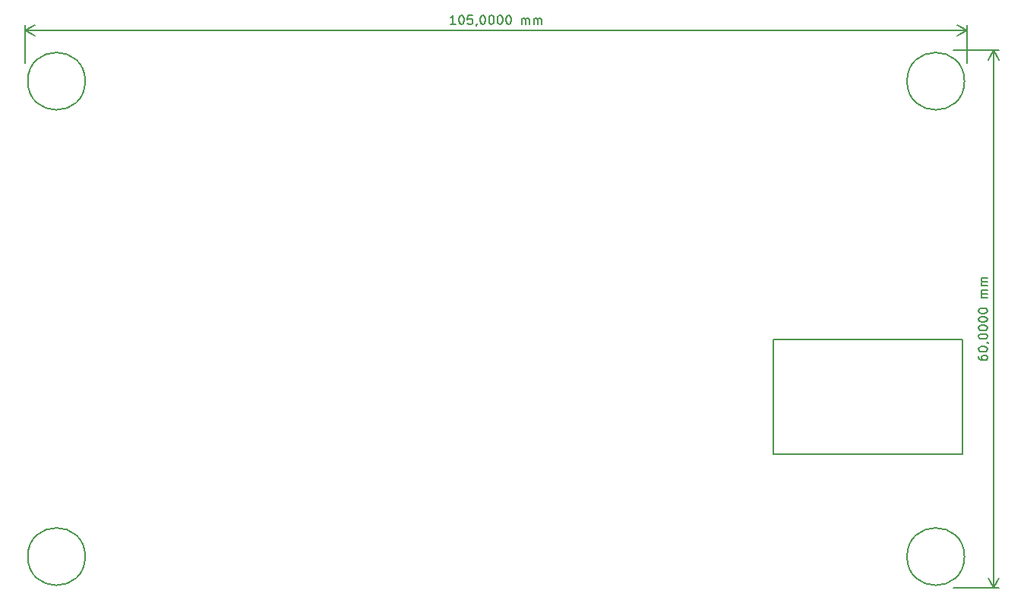
<source format=gbr>
%TF.GenerationSoftware,KiCad,Pcbnew,7.0.9*%
%TF.CreationDate,2023-12-10T19:04:28+01:00*%
%TF.ProjectId,ledctrl,6c656463-7472-46c2-9e6b-696361645f70,rev?*%
%TF.SameCoordinates,Original*%
%TF.FileFunction,Other,Comment*%
%FSLAX46Y46*%
G04 Gerber Fmt 4.6, Leading zero omitted, Abs format (unit mm)*
G04 Created by KiCad (PCBNEW 7.0.9) date 2023-12-10 19:04:28*
%MOMM*%
%LPD*%
G01*
G04 APERTURE LIST*
%ADD10C,0.150000*%
G04 APERTURE END LIST*
D10*
X73360000Y-23725000D02*
X94510000Y-23725000D01*
X94510000Y-36475000D01*
X73360000Y-36475000D01*
X73360000Y-23725000D01*
X96254819Y-25542856D02*
X96254819Y-25733332D01*
X96254819Y-25733332D02*
X96302438Y-25828570D01*
X96302438Y-25828570D02*
X96350057Y-25876189D01*
X96350057Y-25876189D02*
X96492914Y-25971427D01*
X96492914Y-25971427D02*
X96683390Y-26019046D01*
X96683390Y-26019046D02*
X97064342Y-26019046D01*
X97064342Y-26019046D02*
X97159580Y-25971427D01*
X97159580Y-25971427D02*
X97207200Y-25923808D01*
X97207200Y-25923808D02*
X97254819Y-25828570D01*
X97254819Y-25828570D02*
X97254819Y-25638094D01*
X97254819Y-25638094D02*
X97207200Y-25542856D01*
X97207200Y-25542856D02*
X97159580Y-25495237D01*
X97159580Y-25495237D02*
X97064342Y-25447618D01*
X97064342Y-25447618D02*
X96826247Y-25447618D01*
X96826247Y-25447618D02*
X96731009Y-25495237D01*
X96731009Y-25495237D02*
X96683390Y-25542856D01*
X96683390Y-25542856D02*
X96635771Y-25638094D01*
X96635771Y-25638094D02*
X96635771Y-25828570D01*
X96635771Y-25828570D02*
X96683390Y-25923808D01*
X96683390Y-25923808D02*
X96731009Y-25971427D01*
X96731009Y-25971427D02*
X96826247Y-26019046D01*
X96254819Y-24828570D02*
X96254819Y-24733332D01*
X96254819Y-24733332D02*
X96302438Y-24638094D01*
X96302438Y-24638094D02*
X96350057Y-24590475D01*
X96350057Y-24590475D02*
X96445295Y-24542856D01*
X96445295Y-24542856D02*
X96635771Y-24495237D01*
X96635771Y-24495237D02*
X96873866Y-24495237D01*
X96873866Y-24495237D02*
X97064342Y-24542856D01*
X97064342Y-24542856D02*
X97159580Y-24590475D01*
X97159580Y-24590475D02*
X97207200Y-24638094D01*
X97207200Y-24638094D02*
X97254819Y-24733332D01*
X97254819Y-24733332D02*
X97254819Y-24828570D01*
X97254819Y-24828570D02*
X97207200Y-24923808D01*
X97207200Y-24923808D02*
X97159580Y-24971427D01*
X97159580Y-24971427D02*
X97064342Y-25019046D01*
X97064342Y-25019046D02*
X96873866Y-25066665D01*
X96873866Y-25066665D02*
X96635771Y-25066665D01*
X96635771Y-25066665D02*
X96445295Y-25019046D01*
X96445295Y-25019046D02*
X96350057Y-24971427D01*
X96350057Y-24971427D02*
X96302438Y-24923808D01*
X96302438Y-24923808D02*
X96254819Y-24828570D01*
X97207200Y-24019046D02*
X97254819Y-24019046D01*
X97254819Y-24019046D02*
X97350057Y-24066665D01*
X97350057Y-24066665D02*
X97397676Y-24114284D01*
X96254819Y-23399999D02*
X96254819Y-23304761D01*
X96254819Y-23304761D02*
X96302438Y-23209523D01*
X96302438Y-23209523D02*
X96350057Y-23161904D01*
X96350057Y-23161904D02*
X96445295Y-23114285D01*
X96445295Y-23114285D02*
X96635771Y-23066666D01*
X96635771Y-23066666D02*
X96873866Y-23066666D01*
X96873866Y-23066666D02*
X97064342Y-23114285D01*
X97064342Y-23114285D02*
X97159580Y-23161904D01*
X97159580Y-23161904D02*
X97207200Y-23209523D01*
X97207200Y-23209523D02*
X97254819Y-23304761D01*
X97254819Y-23304761D02*
X97254819Y-23399999D01*
X97254819Y-23399999D02*
X97207200Y-23495237D01*
X97207200Y-23495237D02*
X97159580Y-23542856D01*
X97159580Y-23542856D02*
X97064342Y-23590475D01*
X97064342Y-23590475D02*
X96873866Y-23638094D01*
X96873866Y-23638094D02*
X96635771Y-23638094D01*
X96635771Y-23638094D02*
X96445295Y-23590475D01*
X96445295Y-23590475D02*
X96350057Y-23542856D01*
X96350057Y-23542856D02*
X96302438Y-23495237D01*
X96302438Y-23495237D02*
X96254819Y-23399999D01*
X96254819Y-22447618D02*
X96254819Y-22352380D01*
X96254819Y-22352380D02*
X96302438Y-22257142D01*
X96302438Y-22257142D02*
X96350057Y-22209523D01*
X96350057Y-22209523D02*
X96445295Y-22161904D01*
X96445295Y-22161904D02*
X96635771Y-22114285D01*
X96635771Y-22114285D02*
X96873866Y-22114285D01*
X96873866Y-22114285D02*
X97064342Y-22161904D01*
X97064342Y-22161904D02*
X97159580Y-22209523D01*
X97159580Y-22209523D02*
X97207200Y-22257142D01*
X97207200Y-22257142D02*
X97254819Y-22352380D01*
X97254819Y-22352380D02*
X97254819Y-22447618D01*
X97254819Y-22447618D02*
X97207200Y-22542856D01*
X97207200Y-22542856D02*
X97159580Y-22590475D01*
X97159580Y-22590475D02*
X97064342Y-22638094D01*
X97064342Y-22638094D02*
X96873866Y-22685713D01*
X96873866Y-22685713D02*
X96635771Y-22685713D01*
X96635771Y-22685713D02*
X96445295Y-22638094D01*
X96445295Y-22638094D02*
X96350057Y-22590475D01*
X96350057Y-22590475D02*
X96302438Y-22542856D01*
X96302438Y-22542856D02*
X96254819Y-22447618D01*
X96254819Y-21495237D02*
X96254819Y-21399999D01*
X96254819Y-21399999D02*
X96302438Y-21304761D01*
X96302438Y-21304761D02*
X96350057Y-21257142D01*
X96350057Y-21257142D02*
X96445295Y-21209523D01*
X96445295Y-21209523D02*
X96635771Y-21161904D01*
X96635771Y-21161904D02*
X96873866Y-21161904D01*
X96873866Y-21161904D02*
X97064342Y-21209523D01*
X97064342Y-21209523D02*
X97159580Y-21257142D01*
X97159580Y-21257142D02*
X97207200Y-21304761D01*
X97207200Y-21304761D02*
X97254819Y-21399999D01*
X97254819Y-21399999D02*
X97254819Y-21495237D01*
X97254819Y-21495237D02*
X97207200Y-21590475D01*
X97207200Y-21590475D02*
X97159580Y-21638094D01*
X97159580Y-21638094D02*
X97064342Y-21685713D01*
X97064342Y-21685713D02*
X96873866Y-21733332D01*
X96873866Y-21733332D02*
X96635771Y-21733332D01*
X96635771Y-21733332D02*
X96445295Y-21685713D01*
X96445295Y-21685713D02*
X96350057Y-21638094D01*
X96350057Y-21638094D02*
X96302438Y-21590475D01*
X96302438Y-21590475D02*
X96254819Y-21495237D01*
X96254819Y-20542856D02*
X96254819Y-20447618D01*
X96254819Y-20447618D02*
X96302438Y-20352380D01*
X96302438Y-20352380D02*
X96350057Y-20304761D01*
X96350057Y-20304761D02*
X96445295Y-20257142D01*
X96445295Y-20257142D02*
X96635771Y-20209523D01*
X96635771Y-20209523D02*
X96873866Y-20209523D01*
X96873866Y-20209523D02*
X97064342Y-20257142D01*
X97064342Y-20257142D02*
X97159580Y-20304761D01*
X97159580Y-20304761D02*
X97207200Y-20352380D01*
X97207200Y-20352380D02*
X97254819Y-20447618D01*
X97254819Y-20447618D02*
X97254819Y-20542856D01*
X97254819Y-20542856D02*
X97207200Y-20638094D01*
X97207200Y-20638094D02*
X97159580Y-20685713D01*
X97159580Y-20685713D02*
X97064342Y-20733332D01*
X97064342Y-20733332D02*
X96873866Y-20780951D01*
X96873866Y-20780951D02*
X96635771Y-20780951D01*
X96635771Y-20780951D02*
X96445295Y-20733332D01*
X96445295Y-20733332D02*
X96350057Y-20685713D01*
X96350057Y-20685713D02*
X96302438Y-20638094D01*
X96302438Y-20638094D02*
X96254819Y-20542856D01*
X97254819Y-19019046D02*
X96588152Y-19019046D01*
X96683390Y-19019046D02*
X96635771Y-18971427D01*
X96635771Y-18971427D02*
X96588152Y-18876189D01*
X96588152Y-18876189D02*
X96588152Y-18733332D01*
X96588152Y-18733332D02*
X96635771Y-18638094D01*
X96635771Y-18638094D02*
X96731009Y-18590475D01*
X96731009Y-18590475D02*
X97254819Y-18590475D01*
X96731009Y-18590475D02*
X96635771Y-18542856D01*
X96635771Y-18542856D02*
X96588152Y-18447618D01*
X96588152Y-18447618D02*
X96588152Y-18304761D01*
X96588152Y-18304761D02*
X96635771Y-18209522D01*
X96635771Y-18209522D02*
X96731009Y-18161903D01*
X96731009Y-18161903D02*
X97254819Y-18161903D01*
X97254819Y-17685713D02*
X96588152Y-17685713D01*
X96683390Y-17685713D02*
X96635771Y-17638094D01*
X96635771Y-17638094D02*
X96588152Y-17542856D01*
X96588152Y-17542856D02*
X96588152Y-17399999D01*
X96588152Y-17399999D02*
X96635771Y-17304761D01*
X96635771Y-17304761D02*
X96731009Y-17257142D01*
X96731009Y-17257142D02*
X97254819Y-17257142D01*
X96731009Y-17257142D02*
X96635771Y-17209523D01*
X96635771Y-17209523D02*
X96588152Y-17114285D01*
X96588152Y-17114285D02*
X96588152Y-16971428D01*
X96588152Y-16971428D02*
X96635771Y-16876189D01*
X96635771Y-16876189D02*
X96731009Y-16828570D01*
X96731009Y-16828570D02*
X97254819Y-16828570D01*
X93500000Y8600001D02*
X98536420Y8600001D01*
X93500000Y-51400001D02*
X98536420Y-51400001D01*
X97950000Y8600001D02*
X97950000Y-51400001D01*
X97950000Y8600001D02*
X97950000Y-51400001D01*
X97950000Y8600001D02*
X98536421Y7473497D01*
X97950000Y8600001D02*
X97363579Y7473497D01*
X97950000Y-51400001D02*
X97363579Y-50273497D01*
X97950000Y-51400001D02*
X98536421Y-50273497D01*
X37976190Y11453750D02*
X37404762Y11453750D01*
X37690476Y11453750D02*
X37690476Y12453750D01*
X37690476Y12453750D02*
X37595238Y12310892D01*
X37595238Y12310892D02*
X37500000Y12215654D01*
X37500000Y12215654D02*
X37404762Y12168035D01*
X38595238Y12453750D02*
X38690476Y12453750D01*
X38690476Y12453750D02*
X38785714Y12406130D01*
X38785714Y12406130D02*
X38833333Y12358511D01*
X38833333Y12358511D02*
X38880952Y12263273D01*
X38880952Y12263273D02*
X38928571Y12072797D01*
X38928571Y12072797D02*
X38928571Y11834702D01*
X38928571Y11834702D02*
X38880952Y11644226D01*
X38880952Y11644226D02*
X38833333Y11548988D01*
X38833333Y11548988D02*
X38785714Y11501369D01*
X38785714Y11501369D02*
X38690476Y11453750D01*
X38690476Y11453750D02*
X38595238Y11453750D01*
X38595238Y11453750D02*
X38500000Y11501369D01*
X38500000Y11501369D02*
X38452381Y11548988D01*
X38452381Y11548988D02*
X38404762Y11644226D01*
X38404762Y11644226D02*
X38357143Y11834702D01*
X38357143Y11834702D02*
X38357143Y12072797D01*
X38357143Y12072797D02*
X38404762Y12263273D01*
X38404762Y12263273D02*
X38452381Y12358511D01*
X38452381Y12358511D02*
X38500000Y12406130D01*
X38500000Y12406130D02*
X38595238Y12453750D01*
X39833333Y12453750D02*
X39357143Y12453750D01*
X39357143Y12453750D02*
X39309524Y11977559D01*
X39309524Y11977559D02*
X39357143Y12025178D01*
X39357143Y12025178D02*
X39452381Y12072797D01*
X39452381Y12072797D02*
X39690476Y12072797D01*
X39690476Y12072797D02*
X39785714Y12025178D01*
X39785714Y12025178D02*
X39833333Y11977559D01*
X39833333Y11977559D02*
X39880952Y11882321D01*
X39880952Y11882321D02*
X39880952Y11644226D01*
X39880952Y11644226D02*
X39833333Y11548988D01*
X39833333Y11548988D02*
X39785714Y11501369D01*
X39785714Y11501369D02*
X39690476Y11453750D01*
X39690476Y11453750D02*
X39452381Y11453750D01*
X39452381Y11453750D02*
X39357143Y11501369D01*
X39357143Y11501369D02*
X39309524Y11548988D01*
X40357143Y11501369D02*
X40357143Y11453749D01*
X40357143Y11453749D02*
X40309524Y11358511D01*
X40309524Y11358511D02*
X40261905Y11310892D01*
X40976190Y12453749D02*
X41071428Y12453749D01*
X41071428Y12453749D02*
X41166666Y12406130D01*
X41166666Y12406130D02*
X41214285Y12358511D01*
X41214285Y12358511D02*
X41261904Y12263273D01*
X41261904Y12263273D02*
X41309523Y12072797D01*
X41309523Y12072797D02*
X41309523Y11834702D01*
X41309523Y11834702D02*
X41261904Y11644226D01*
X41261904Y11644226D02*
X41214285Y11548988D01*
X41214285Y11548988D02*
X41166666Y11501369D01*
X41166666Y11501369D02*
X41071428Y11453749D01*
X41071428Y11453749D02*
X40976190Y11453749D01*
X40976190Y11453749D02*
X40880952Y11501369D01*
X40880952Y11501369D02*
X40833333Y11548988D01*
X40833333Y11548988D02*
X40785714Y11644226D01*
X40785714Y11644226D02*
X40738095Y11834702D01*
X40738095Y11834702D02*
X40738095Y12072797D01*
X40738095Y12072797D02*
X40785714Y12263273D01*
X40785714Y12263273D02*
X40833333Y12358511D01*
X40833333Y12358511D02*
X40880952Y12406130D01*
X40880952Y12406130D02*
X40976190Y12453749D01*
X41928571Y12453749D02*
X42023809Y12453749D01*
X42023809Y12453749D02*
X42119047Y12406130D01*
X42119047Y12406130D02*
X42166666Y12358511D01*
X42166666Y12358511D02*
X42214285Y12263273D01*
X42214285Y12263273D02*
X42261904Y12072797D01*
X42261904Y12072797D02*
X42261904Y11834702D01*
X42261904Y11834702D02*
X42214285Y11644226D01*
X42214285Y11644226D02*
X42166666Y11548988D01*
X42166666Y11548988D02*
X42119047Y11501369D01*
X42119047Y11501369D02*
X42023809Y11453749D01*
X42023809Y11453749D02*
X41928571Y11453749D01*
X41928571Y11453749D02*
X41833333Y11501369D01*
X41833333Y11501369D02*
X41785714Y11548988D01*
X41785714Y11548988D02*
X41738095Y11644226D01*
X41738095Y11644226D02*
X41690476Y11834702D01*
X41690476Y11834702D02*
X41690476Y12072797D01*
X41690476Y12072797D02*
X41738095Y12263273D01*
X41738095Y12263273D02*
X41785714Y12358511D01*
X41785714Y12358511D02*
X41833333Y12406130D01*
X41833333Y12406130D02*
X41928571Y12453749D01*
X42880952Y12453749D02*
X42976190Y12453749D01*
X42976190Y12453749D02*
X43071428Y12406130D01*
X43071428Y12406130D02*
X43119047Y12358511D01*
X43119047Y12358511D02*
X43166666Y12263273D01*
X43166666Y12263273D02*
X43214285Y12072797D01*
X43214285Y12072797D02*
X43214285Y11834702D01*
X43214285Y11834702D02*
X43166666Y11644226D01*
X43166666Y11644226D02*
X43119047Y11548988D01*
X43119047Y11548988D02*
X43071428Y11501368D01*
X43071428Y11501368D02*
X42976190Y11453749D01*
X42976190Y11453749D02*
X42880952Y11453749D01*
X42880952Y11453749D02*
X42785714Y11501368D01*
X42785714Y11501368D02*
X42738095Y11548988D01*
X42738095Y11548988D02*
X42690476Y11644226D01*
X42690476Y11644226D02*
X42642857Y11834702D01*
X42642857Y11834702D02*
X42642857Y12072797D01*
X42642857Y12072797D02*
X42690476Y12263273D01*
X42690476Y12263273D02*
X42738095Y12358511D01*
X42738095Y12358511D02*
X42785714Y12406130D01*
X42785714Y12406130D02*
X42880952Y12453749D01*
X43833333Y12453749D02*
X43928571Y12453749D01*
X43928571Y12453749D02*
X44023809Y12406130D01*
X44023809Y12406130D02*
X44071428Y12358511D01*
X44071428Y12358511D02*
X44119047Y12263273D01*
X44119047Y12263273D02*
X44166666Y12072797D01*
X44166666Y12072797D02*
X44166666Y11834702D01*
X44166666Y11834702D02*
X44119047Y11644226D01*
X44119047Y11644226D02*
X44071428Y11548988D01*
X44071428Y11548988D02*
X44023809Y11501368D01*
X44023809Y11501368D02*
X43928571Y11453749D01*
X43928571Y11453749D02*
X43833333Y11453749D01*
X43833333Y11453749D02*
X43738095Y11501368D01*
X43738095Y11501368D02*
X43690476Y11548988D01*
X43690476Y11548988D02*
X43642857Y11644226D01*
X43642857Y11644226D02*
X43595238Y11834702D01*
X43595238Y11834702D02*
X43595238Y12072797D01*
X43595238Y12072797D02*
X43642857Y12263273D01*
X43642857Y12263273D02*
X43690476Y12358511D01*
X43690476Y12358511D02*
X43738095Y12406130D01*
X43738095Y12406130D02*
X43833333Y12453749D01*
X45357143Y11453749D02*
X45357143Y12120416D01*
X45357143Y12025178D02*
X45404762Y12072797D01*
X45404762Y12072797D02*
X45500000Y12120416D01*
X45500000Y12120416D02*
X45642857Y12120416D01*
X45642857Y12120416D02*
X45738095Y12072797D01*
X45738095Y12072797D02*
X45785714Y11977559D01*
X45785714Y11977559D02*
X45785714Y11453749D01*
X45785714Y11977559D02*
X45833333Y12072797D01*
X45833333Y12072797D02*
X45928571Y12120416D01*
X45928571Y12120416D02*
X46071428Y12120416D01*
X46071428Y12120416D02*
X46166667Y12072797D01*
X46166667Y12072797D02*
X46214286Y11977559D01*
X46214286Y11977559D02*
X46214286Y11453749D01*
X46690476Y11453749D02*
X46690476Y12120416D01*
X46690476Y12025178D02*
X46738095Y12072797D01*
X46738095Y12072797D02*
X46833333Y12120416D01*
X46833333Y12120416D02*
X46976190Y12120416D01*
X46976190Y12120416D02*
X47071428Y12072797D01*
X47071428Y12072797D02*
X47119047Y11977559D01*
X47119047Y11977559D02*
X47119047Y11453749D01*
X47119047Y11977559D02*
X47166666Y12072797D01*
X47166666Y12072797D02*
X47261904Y12120416D01*
X47261904Y12120416D02*
X47404761Y12120416D01*
X47404761Y12120416D02*
X47500000Y12072797D01*
X47500000Y12072797D02*
X47547619Y11977559D01*
X47547619Y11977559D02*
X47547619Y11453749D01*
X-10000001Y7100001D02*
X-10000001Y11344990D01*
X95000001Y7100000D02*
X95000001Y11344989D01*
X-10000001Y10758570D02*
X95000001Y10758569D01*
X-10000001Y10758570D02*
X95000001Y10758569D01*
X-10000001Y10758570D02*
X-8873497Y11344991D01*
X-10000001Y10758570D02*
X-8873497Y10172149D01*
X95000001Y10758569D02*
X93873497Y10172148D01*
X95000001Y10758569D02*
X93873497Y11344990D01*
%TO.C,H2*%
X94700000Y5100000D02*
G75*
G03*
X94700000Y5100000I-3200000J0D01*
G01*
%TO.C,H3*%
X-3300000Y-47900000D02*
G75*
G03*
X-3300000Y-47900000I-3200000J0D01*
G01*
%TO.C,H1*%
X-3300000Y5100000D02*
G75*
G03*
X-3300000Y5100000I-3200000J0D01*
G01*
%TO.C,H4*%
X94700000Y-47900000D02*
G75*
G03*
X94700000Y-47900000I-3200000J0D01*
G01*
%TD*%
M02*

</source>
